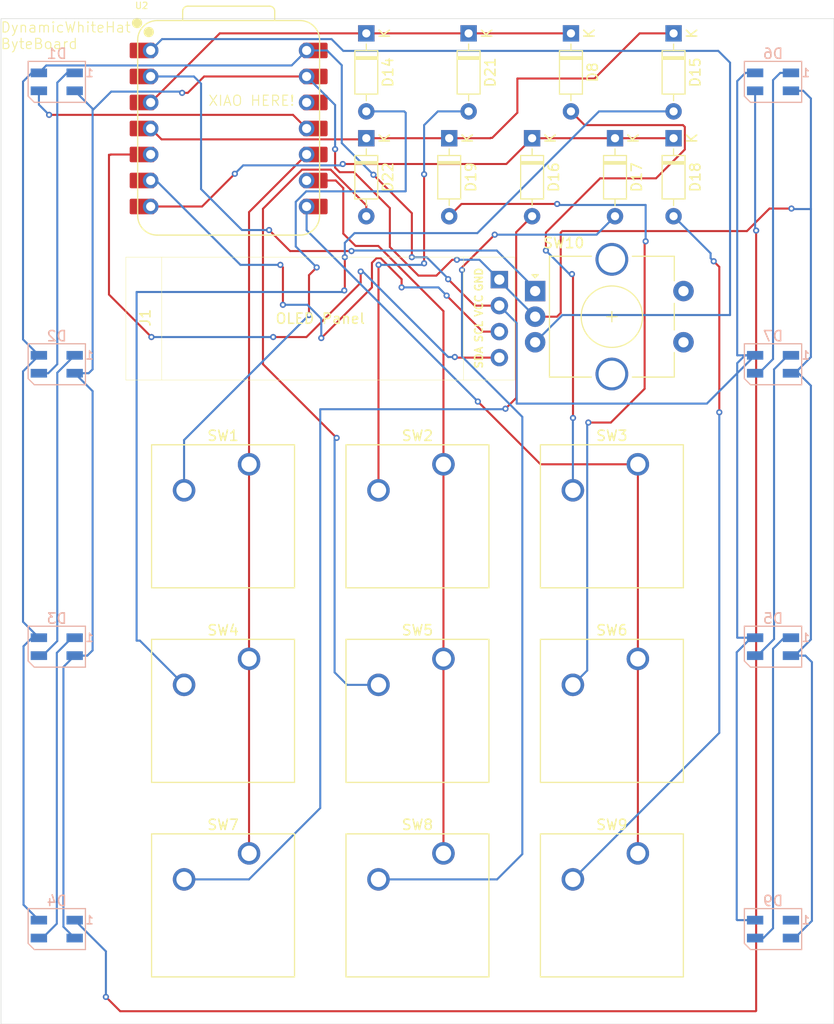
<source format=kicad_pcb>
(kicad_pcb (version 20240108) (generator "pcbnew") (generator_version "8.0")
  (layers (0 "F.Cu" signal) (31 "B.Cu" signal) (34 "B.Paste" user) (35 "F.Paste" user) (36 "B.SilkS" user "B.Silkscreen") (37 "F.SilkS" user "F.Silkscreen") (38 "B.Mask" user) (39 "F.Mask" user) (44 "Edge.Cuts" user))
  (net 0 "")
  (net 1 "Net-(D1-DOUT)")
  (net 2 "GND")
  (net 3 "+5V")
  (net 4 "Net-(D1-DIN)")
  (net 5 "Net-(D2-DOUT)")
  (net 6 "Net-(D3-DOUT)")
  (net 7 "Net-(D4-DOUT)")
  (net 8 "Net-(D6-DOUT)")
  (net 9 "Net-(D5-DIN)")
  (net 10 "Net-(D8-A)")
  (net 11 "Net-(D14-K)")
  (net 12 "Net-(D14-A)")
  (net 13 "Net-(D15-K)")
  (net 14 "Net-(D15-A)")
  (net 15 "Net-(D16-A)")
  (net 16 "Net-(D16-K)")
  (net 17 "Net-(D17-A)")
  (net 18 "Net-(D18-A)")
  (net 19 "Net-(D19-A)")
  (net 20 "Net-(D21-A)")
  (net 21 "Net-(D22-A)")
  (net 22 "Net-(J1-Pin_4)")
  (net 23 "Net-(J1-Pin_3)")
  (net 24 "Net-(U2-GPIO4{slash}MISO)")
  (net 25 "Net-(U2-GPIO2{slash}SCK)")
  (net 26 "Net-(U2-GPIO1{slash}RX)")
  (net 29 "Net-(U2-GPIO27{slash}ADC1{slash}A1)")
  (net 30 "Net-(U2-GPIO26{slash}ADC0{slash}A0)")
  (net 32 "Net-(D5-DOUT)")
  (footprint "Button_Switch_Keyboard:SW_Cherry_MX_1.00u_PCB" (layer "F.Cu") (at 147.54 109.23)
    (property "Reference" "SW5")
    (property "Value" "SW_Push")
  )
  (footprint "Diode_THT:D_DO-35_SOD27_P7.62mm_Horizontal" (layer "F.Cu") (at 140 48.14 -90)
    (property "Reference" "D14")
    (property "Value" "D")
  )
  (footprint "Diode_THT:D_DO-35_SOD27_P7.62mm_Horizontal" (layer "F.Cu") (at 170.03 58.38 -90)
    (property "Reference" "D18")
    (property "Value" "D")
  )
  (footprint "Diode_THT:D_DO-35_SOD27_P7.62mm_Horizontal" (layer "F.Cu") (at 150 48.14 -90)
    (property "Reference" "D21")
    (property "Value" "D")
  )
  (footprint "Diode_THT:D_DO-35_SOD27_P7.62mm_Horizontal" (layer "F.Cu") (at 160 48.14 -90)
    (property "Reference" "D8")
    (property "Value" "D")
  )
  (footprint "Button_Switch_Keyboard:SW_Cherry_MX_1.00u_PCB" (layer "F.Cu") (at 166.54 109.23)
    (property "Reference" "SW6")
    (property "Value" "SW_Push")
  )
  (footprint "Diode_THT:D_DO-35_SOD27_P7.62mm_Horizontal" (layer "F.Cu") (at 148.102083 58.38 -90)
    (property "Reference" "D19")
    (property "Value" "D")
  )
  (footprint "Diode_THT:D_DO-35_SOD27_P7.62mm_Horizontal" (layer "F.Cu") (at 164.30625 58.38 -90)
    (property "Reference" "D17")
    (property "Value" "D")
  )
  (footprint "OPL:XIAO-RP2040-DIP" (layer "F.Cu") (at 126.545 57.43)
    (property "Reference" "U2")
    (property "Value" "XIAO-RP2040-DIP")
  )
  (footprint "Button_Switch_Keyboard:SW_Cherry_MX_1.00u_PCB" (layer "F.Cu") (at 166.54 90.23)
    (property "Reference" "SW3")
    (property "Value" "SW_Push")
  )
  (footprint "Button_Switch_Keyboard:SW_Cherry_MX_1.00u_PCB" (layer "F.Cu") (at 147.54 90.23)
    (property "Reference" "SW2")
    (property "Value" "SW_Push")
  )
  (footprint "Button_Switch_Keyboard:SW_Cherry_MX_1.00u_PCB" (layer "F.Cu") (at 147.54 128.23)
    (property "Reference" "SW8")
    (property "Value" "SW_Push")
  )
  (footprint "Button_Switch_Keyboard:SW_Cherry_MX_1.00u_PCB" (layer "F.Cu") (at 128.54 90.23)
    (property "Reference" "SW1")
    (property "Value" "SW_Push")
  )
  (footprint "Diode_THT:D_DO-35_SOD27_P7.62mm_Horizontal" (layer "F.Cu") (at 170.03 48.14 -90)
    (property "Reference" "D15")
    (property "Value" "D")
  )
  (footprint "Screen:SSD1306-0.91-OLED-4pin-128x32" (layer "F.Cu") (at 116.5 70)
    (property "Reference" "J1")
    (property "Value" "Conn_01x04_Pin")
  )
  (footprint "Button_Switch_Keyboard:SW_Cherry_MX_1.00u_PCB" (layer "F.Cu") (at 166.54 128.23)
    (property "Reference" "SW9")
    (property "Value" "SW_Push")
  )
  (footprint "Rotary_Encoder:RotaryEncoder_Alps_EC11E-Switch_Vertical_H20mm_CircularMountingHoles" (layer "F.Cu") (at 156.5 73.31)
    (property "Reference" "SW10")
    (property "Value" "RotaryEncoder_Switch")
  )
  (footprint "Button_Switch_Keyboard:SW_Cherry_MX_1.00u_PCB" (layer "F.Cu") (at 128.54 109.23)
    (property "Reference" "SW4")
    (property "Value" "SW_Push")
  )
  (footprint "Diode_THT:D_DO-35_SOD27_P7.62mm_Horizontal" (layer "F.Cu") (at 140 58.38 -90)
    (property "Reference" "D22")
    (property "Value" "D")
  )
  (footprint "Button_Switch_Keyboard:SW_Cherry_MX_1.00u_PCB" (layer "F.Cu") (at 128.54 128.23)
    (property "Reference" "SW7")
    (property "Value" "SW_Push")
  )
  (footprint "Diode_THT:D_DO-35_SOD27_P7.62mm_Horizontal" (layer "F.Cu") (at 156.204166 58.38 -90)
    (property "Reference" "D16")
    (property "Value" "D")
  )
  (footprint "LED_SMD:LED_SK6812MINI_PLCC4_3.5x3.5mm_P1.75mm" (layer "B.Cu") (at 179.75 135.625 180)
    (property "Reference" "D9")
    (property "Value" "SK6812MINI")
  )
  (footprint "LED_SMD:LED_SK6812MINI_PLCC4_3.5x3.5mm_P1.75mm" (layer "B.Cu") (at 179.75 52.875 180)
    (property "Reference" "D6")
    (property "Value" "SK6812MINI")
  )
  (footprint "LED_SMD:LED_SK6812MINI_PLCC4_3.5x3.5mm_P1.75mm" (layer "B.Cu") (at 109.75 52.875 180)
    (property "Reference" "D1")
    (property "Value" "SK6812MINI")
  )
  (footprint "LED_SMD:LED_SK6812MINI_PLCC4_3.5x3.5mm_P1.75mm" (layer "B.Cu") (at 179.75 108.041666 180)
    (property "Reference" "D5")
    (property "Value" "SK6812MINI")
  )
  (footprint "LED_SMD:LED_SK6812MINI_PLCC4_3.5x3.5mm_P1.75mm" (layer "B.Cu") (at 109.75 135.625 180)
    (property "Reference" "D4")
    (property "Value" "SK6812MINI")
  )
  (footprint "LED_SMD:LED_SK6812MINI_PLCC4_3.5x3.5mm_P1.75mm" (layer "B.Cu") (at 109.75 108.041666 180)
    (property "Reference" "D3")
    (property "Value" "SK6812MINI")
  )
  (footprint "LED_SMD:LED_SK6812MINI_PLCC4_3.5x3.5mm_P1.75mm" (layer "B.Cu") (at 179.75 80.458333 180)
    (property "Reference" "D7")
    (property "Value" "SK6812MINI")
  )
  (footprint "LED_SMD:LED_SK6812MINI_PLCC4_3.5x3.5mm_P1.75mm" (layer "B.Cu") (at 109.75 80.458333 180)
    (property "Reference" "D2")
    (property "Value" "SK6812MINI")
  )
  (gr_rect (start 104.3 46.7) (end 185.7 144.9) (stroke (width 0.05)) (fill none) (layer "Edge.Cuts"))
  (gr_text "DynamicWhiteHat\nByteBoard" (at 104.2 49.75 0) (layer "F.SilkS") (effects (font (size 1 1) (thickness 0.1)) (justify left bottom)))
  (gr_text "XIAO HERE!" (at 124.5 55.3 0) (layer "F.SilkS") (effects (font (size 1 1) (thickness 0.1)) (justify left bottom)))
  (segment (start 108.916667 81.333333) (end 108 81.333333) (width 0.2) (layer "B.Cu") (net 1))
  (segment (start 111.5 52) (end 110.75 52) (width 0.2) (layer "B.Cu") (net 1))
  (segment (start 110.75 52) (end 109.8 52.95) (width 0.2) (layer "B.Cu") (net 1))
  (segment (start 109.8 80.45) (end 108.916667 81.333333) (width 0.2) (layer "B.Cu") (net 1))
  (segment (start 109.8 52.95) (end 109.8 80.45) (width 0.2) (layer "B.Cu") (net 1))
  (segment (start 159 75.45) (end 158.64 75.81) (width 0.2) (layer "F.Cu") (net 2))
  (segment (start 138.8 61.7) (end 137.4 61.7) (width 0.2) (layer "F.Cu") (net 2))
  (segment (start 122 53.95) (end 122.55 53.95) (width 0.2) (layer "F.Cu") (net 2))
  (segment (start 142.3 69) (end 142.3 68.65) (width 0.2) (layer "F.Cu") (net 2))
  (segment (start 159 67.6) (end 159 75.45) (width 0.2) (layer "F.Cu") (net 2))
  (segment (start 158.64 75.81) (end 156.5 75.81) (width 0.2) (layer "F.Cu") (net 2))
  (segment (start 139.3 62.2) (end 138.8 61.7) (width 0.2) (layer "F.Cu") (net 2))
  (segment (start 136.95 61.25) (end 136.95 59.45) (width 0.2) (layer "F.Cu") (net 2))
  (segment (start 124.15 52.35) (end 134.165 52.35) (width 0.2) (layer "F.Cu") (net 2))
  (segment (start 177.201471 67.45) (end 159.15 67.45) (width 0.2) (layer "F.Cu") (net 2))
  (segment (start 122.55 53.95) (end 124.15 52.35) (width 0.2) (layer "F.Cu") (net 2))
  (segment (start 148.85 70.25) (end 148.4 70.25) (width 0.2) (layer "F.Cu") (net 2))
  (segment (start 145.1 71.8) (end 142.3 69) (width 0.2) (layer "F.Cu") (net 2))
  (segment (start 148.4 70.25) (end 146.85 71.8) (width 0.2) (layer "F.Cu") (net 2))
  (segment (start 137.4 61.7) (end 136.95 61.25) (width 0.2) (layer "F.Cu") (net 2))
  (segment (start 179.401471 65.25) (end 177.201471 67.45) (width 0.2) (layer "F.Cu") (net 2))
  (segment (start 142.3 68.65) (end 142.3 65.2) (width 0.2) (layer "F.Cu") (net 2))
  (segment (start 159.15 67.45) (end 159 67.6) (width 0.2) (layer "F.Cu") (net 2))
  (segment (start 146.85 71.8) (end 145.1 71.8) (width 0.2) (layer "F.Cu") (net 2))
  (segment (start 181.55 65.25) (end 179.401471 65.25) (width 0.2) (layer "F.Cu") (net 2))
  (segment (start 142.3 65.2) (end 139.3 62.2) (width 0.2) (layer "F.Cu") (net 2))
  (via (at 148.85 70.25) (size 0.6) (drill 0.3) (layers "F.Cu" "B.Cu") (net 2))
  (via (at 122 53.95) (size 0.6) (drill 0.3) (layers "F.Cu" "B.Cu") (net 2))
  (via (at 181.55 65.25) (size 0.6) (drill 0.3) (layers "F.Cu" "B.Cu") (net 2))
  (via (at 136.95 59.45) (size 0.6) (drill 0.3) (layers "F.Cu" "B.Cu") (net 2))
  (segment (start 121.878 53.828) (end 122 53.95) (width 0.2) (layer "B.Cu") (net 2))
  (segment (start 113.25 108.4) (end 113.25 83.083333) (width 0.2) (layer "B.Cu") (net 2))
  (segment (start 113.25 55.65) (end 113.25 55.5) (width 0.2) (layer "B.Cu") (net 2))
  (segment (start 183.45 79.758333) (end 181.875 81.333333) (width 0.2) (layer "B.Cu") (net 2))
  (segment (start 183.55 134.825) (end 181.875 136.5) (width 0.2) (layer "B.Cu") (net 2))
  (segment (start 111.5 136.5) (end 110.4 135.4) (width 0.2) (layer "B.Cu") (net 2))
  (segment (start 111.5 81.333333) (end 112.866667 81.333333) (width 0.2) (layer "B.Cu") (net 2))
  (segment (start 156.5 75.81) (end 153 72.31) (width 0.2) (layer "B.Cu") (net 2))
  (segment (start 183.45 65.3) (end 181.6 65.3) (width 0.2) (layer "B.Cu") (net 2))
  (segment (start 183.45 82.55) (end 183.45 107.341666) (width 0.2) (layer "B.Cu") (net 2))
  (segment (start 115.072 53.828) (end 113.25 55.65) (width 0.2) (layer "B.Cu") (net 2))
  (segment (start 183.45 54.5) (end 183.45 65.3) (width 0.2) (layer "B.Cu") (net 2))
  (segment (start 181.875 108.916666) (end 181.5 108.916666) (width 0.2) (layer "B.Cu") (net 2))
  (segment (start 112.733334 108.916666) (end 113.25 108.4) (width 0.2) (layer "B.Cu") (net 2))
  (segment (start 183.45 107.341666) (end 181.875 108.916666) (width 0.2) (layer "B.Cu") (net 2))
  (segment (start 182.916666 108.916666) (end 183.55 109.55) (width 0.2) (layer "B.Cu") (net 2))
  (segment (start 115.072 53.828) (end 121.878 53.828) (width 0.2) (layer "B.Cu") (net 2))
  (segment (start 151.06 70.25) (end 148.85 70.25) (width 0.2) (layer "B.Cu") (net 2))
  (segment (start 136.95 59.45) (end 136.95 55.135) (width 0.2) (layer "B.Cu") (net 2))
  (segment (start 182.233333 81.333333) (end 183.45 82.55) (width 0.2) (layer "B.Cu") (net 2))
  (segment (start 113.25 83.083333) (end 111.5 81.333333) (width 0.2) (layer "B.Cu") (net 2))
  (segment (start 136.95 55.135) (end 134.165 52.35) (width 0.2) (layer "B.Cu") (net 2))
  (segment (start 113.25 55.5) (end 111.5 53.75) (width 0.2) (layer "B.Cu") (net 2))
  (segment (start 181.5 81.333333) (end 182.233333 81.333333) (width 0.2) (layer "B.Cu") (net 2))
  (segment (start 113.25 80.95) (end 113.25 55.65) (width 0.2) (layer "B.Cu") (net 2))
  (segment (start 181.875 136.5) (end 181.5 136.5) (width 0.2) (layer "B.Cu") (net 2))
  (segment (start 111.5 108.916666) (end 112.733334 108.916666) (width 0.2) (layer "B.Cu") (net 2))
  (segment (start 110.4 110.016666) (end 111.5 108.916666) (width 0.2) (layer "B.Cu") (net 2))
  (segment (start 181.5 108.916666) (end 182.916666 108.916666) (width 0.2) (layer "B.Cu") (net 2))
  (segment (start 181.6 65.3) (end 181.55 65.25) (width 0.2) (layer "B.Cu") (net 2))
  (segment (start 153 72.31) (end 153 72.19) (width 0.2) (layer "B.Cu") (net 2))
  (segment (start 182.7 53.75) (end 183.45 54.5) (width 0.2) (layer "B.Cu") (net 2))
  (segment (start 181.875 81.333333) (end 181.5 81.333333) (width 0.2) (layer "B.Cu") (net 2))
  (segment (start 112.866667 81.333333) (end 113.25 80.95) (width 0.2) (layer "B.Cu") (net 2))
  (segment (start 181.5 53.75) (end 182.7 53.75) (width 0.2) (layer "B.Cu") (net 2))
  (segment (start 110.4 135.4) (end 110.4 110.016666) (width 0.2) (layer "B.Cu") (net 2))
  (segment (start 153 72.19) (end 151.06 70.25) (width 0.2) (layer "B.Cu") (net 2))
  (segment (start 183.45 65.3) (end 183.45 79.758333) (width 0.2) (layer "B.Cu") (net 2))
  (segment (start 183.55 109.55) (end 183.55 134.825) (width 0.2) (layer "B.Cu") (net 2))
  (segment (start 150.58 74.73) (end 148 72.15) (width 0.2) (layer "F.Cu") (net 3))
  (segment (start 153 74.73) (end 150.58 74.73) (width 0.2) (layer "F.Cu") (net 3))
  (segment (start 144.45 70) (end 144.45 65.7) (width 0.2) (layer "F.Cu") (net 3))
  (segment (start 144.45 65.7) (end 140.7 61.95) (width 0.2) (layer "F.Cu") (net 3))
  (via (at 148 72.15) (size 0.6) (drill 0.3) (layers "F.Cu" "B.Cu") (net 3))
  (via (at 144.45 70) (size 0.6) (drill 0.3) (layers "F.Cu" "B.Cu") (net 3))
  (via (at 140.7 61.95) (size 0.6) (drill 0.3) (layers "F.Cu" "B.Cu") (net 3))
  (segment (start 176.25 107.15) (end 176.25 80.35) (width 0.2) (layer "B.Cu") (net 3))
  (segment (start 108.725 51.275) (end 132.7 51.275) (width 0.2) (layer "B.Cu") (net 3))
  (segment (start 176.2 134.7) (end 176.2 108.591666) (width 0.2) (layer "B.Cu") (net 3))
  (segment (start 178 79.583333) (end 176.262617 79.583333) (width 0.2) (layer "B.Cu") (net 3))
  (segment (start 148 72.101471) (end 145.898529 70) (width 0.2) (layer "B.Cu") (net 3))
  (segment (start 176.25 134.75) (end 176.2 134.7) (width 0.2) (layer "B.Cu") (net 3))
  (segment (start 176.266666 107.166666) (end 176.25 107.15) (width 0.2) (layer "B.Cu") (net 3))
  (segment (start 176.25 52.8) (end 177.05 52) (width 0.2) (layer "B.Cu") (net 3))
  (segment (start 176.25 79.574628) (end 176.25 52.8) (width 0.2) (layer "B.Cu") (net 3))
  (segment (start 108 79.583333) (end 108 79.6) (width 0.2) (layer "B.Cu") (net 3))
  (segment (start 148 72.15) (end 148 72.101471) (width 0.2) (layer "B.Cu") (net 3))
  (segment (start 177.05 52) (end 178 52) (width 0.2) (layer "B.Cu") (net 3))
  (segment (start 137.6 51.25) (end 136.16 49.81) (width 0.2) (layer "B.Cu") (net 3))
  (segment (start 136.16 49.81) (end 134.165 49.81) (width 0.2) (layer "B.Cu") (net 3))
  (segment (start 137.6 58.85) (end 137.6 51.25) (width 0.2) (layer "B.Cu") (net 3))
  (segment (start 154.7 76.43) (end 153 74.73) (width 0.2) (layer "B.Cu") (net 3))
  (segment (start 108 79.6) (end 106.45 81.15) (width 0.2) (layer "B.Cu") (net 3))
  (segment (start 106.45 105.616666) (end 108 107.166666) (width 0.2) (layer "B.Cu") (net 3))
  (segment (start 173.283333 84.3) (end 154.7 84.3) (width 0.2) (layer "B.Cu") (net 3))
  (segment (start 154.7 84.3) (end 154.7 76.43) (width 0.2) (layer "B.Cu") (net 3))
  (segment (start 176.260661 79.585289) (end 176.25 79.574628) (width 0.2) (layer "B.Cu") (net 3))
  (segment (start 108 52) (end 108.725 51.275) (width 0.2) (layer "B.Cu") (net 3))
  (segment (start 106.45 81.15) (end 106.45 105.616666) (width 0.2) (layer "B.Cu") (net 3))
  (segment (start 178 107.166666) (end 176.266666 107.166666) (width 0.2) (layer "B.Cu") (net 3))
  (segment (start 106.45 52.85) (end 106.45 78.033333) (width 0.2) (layer "B.Cu") (net 3))
  (segment (start 145.898529 70) (end 144.45 70) (width 0.2) (layer "B.Cu") (net 3))
  (segment (start 107.333334 107.166666) (end 106.5 108) (width 0.2) (layer "B.Cu") (net 3))
  (segment (start 108 107.166666) (end 107.333334 107.166666) (width 0.2) (layer "B.Cu") (net 3))
  (segment (start 108 52) (end 107.3 52) (width 0.2) (layer "B.Cu") (net 3))
  (segment (start 177.625 107.166666) (end 178 107.166666) (width 0.2) (layer "B.Cu") (net 3))
  (segment (start 106.5 133.25) (end 108 134.75) (width 0.2) (layer "B.Cu") (net 3))
  (segment (start 178 79.583333) (end 173.283333 84.3) (width 0.2) (layer "B.Cu") (net 3))
  (segment (start 176.2 108.591666) (end 177.625 107.166666) (width 0.2) (layer "B.Cu") (net 3))
  (segment (start 177.016667 79.583333) (end 178 79.583333) (width 0.2) (layer "B.Cu") (net 3))
  (segment (start 178 134.75) (end 176.25 134.75) (width 0.2) (layer "B.Cu") (net 3))
  (segment (start 106.45 78.033333) (end 108 79.583333) (width 0.2) (layer "B.Cu") (net 3))
  (segment (start 106.5 108) (end 106.5 133.25) (width 0.2) (layer "B.Cu") (net 3))
  (segment (start 176.262617 79.583333) (end 176.260661 79.585289) (width 0.2) (layer "B.Cu") (net 3))
  (segment (start 140.7 61.95) (end 137.6 58.85) (width 0.2) (layer "B.Cu") (net 3))
  (segment (start 107.3 52) (end 106.45 52.85) (width 0.2) (layer "B.Cu") (net 3))
  (segment (start 132.7 51.275) (end 134.165 49.81) (width 0.2) (layer "B.Cu") (net 3))
  (segment (start 176.25 80.35) (end 177.016667 79.583333) (width 0.2) (layer "B.Cu") (net 3))
  (segment (start 109 56.1) (end 132.835 56.1) (width 0.2) (layer "F.Cu") (net 4))
  (segment (start 132.835 56.1) (end 134.165 57.43) (width 0.2) (layer "F.Cu") (net 4))
  (via (at 109 56.1) (size 0.6) (drill 0.3) (layers "F.Cu" "B.Cu") (net 4))
  (segment (start 108 55.1) (end 109 56.1) (width 0.2) (layer "B.Cu") (net 4))
  (segment (start 108 53.75) (end 108 55.1) (width 0.2) (layer "B.Cu") (net 4))
  (segment (start 111.5 79.583333) (end 109.8 81.283333) (width 0.2) (layer "B.Cu") (net 5))
  (segment (start 108.370901 108.916666) (end 108 108.916666) (width 0.2) (layer "B.Cu") (net 5))
  (segment (start 109.8 81.283333) (end 109.8 107.487567) (width 0.2) (layer "B.Cu") (net 5))
  (segment (start 109.8 107.487567) (end 108.370901 108.916666) (width 0.2) (layer "B.Cu") (net 5))
  (segment (start 111.233334 107.166666) (end 111.5 107.166666) (width 0.2) (layer "B.Cu") (net 6))
  (segment (start 109.75 108.65) (end 111.233334 107.166666) (width 0.2) (layer "B.Cu") (net 6))
  (segment (start 108.35 136.5) (end 108 136.5) (width 0.2) (layer "B.Cu") (net 6))
  (segment (start 109.75 135.1) (end 108.35 136.5) (width 0.2) (layer "B.Cu") (net 6))
  (segment (start 111.5 107.166666) (end 110.983334 107.166666) (width 0.2) (layer "B.Cu") (net 6))
  (segment (start 109.75 108.65) (end 109.75 135.1) (width 0.2) (layer "B.Cu") (net 6))
  (segment (start 178.1 143.6) (end 178.05 143.65) (width 0.2) (layer "F.Cu") (net 7))
  (segment (start 178.1 67.4) (end 178.1 143.6) (width 0.2) (layer "F.Cu") (net 7))
  (segment (start 178.05 143.65) (end 115.95 143.65) (width 0.2) (layer "F.Cu") (net 7))
  (segment (start 115.95 143.65) (end 114.55 142.25) (width 0.2) (layer "F.Cu") (net 7))
  (via (at 114.55 142.25) (size 0.6) (drill 0.3) (layers "F.Cu" "B.Cu") (net 7))
  (via (at 178.1 67.4) (size 0.6) (drill 0.3) (layers "F.Cu" "B.Cu") (net 7))
  (segment (start 178 67.3) (end 178.1 67.4) (width 0.2) (layer "B.Cu") (net 7))
  (segment (start 114.55 142.25) (end 114.55 137.8) (width 0.2) (layer "B.Cu") (net 7))
  (segment (start 178 53.75) (end 178 67.3) (width 0.2) (layer "B.Cu") (net 7))
  (segment (start 114.55 137.8) (end 111.5 134.75) (width 0.2) (layer "B.Cu") (net 7))
  (segment (start 181.5 52) (end 180.45 52) (width 0.2) (layer "B.Cu") (net 8))
  (segment (start 179.75 79.95) (end 178.366667 81.333333) (width 0.2) (layer "B.Cu") (net 8))
  (segment (start 178.366667 81.333333) (end 178 81.333333) (width 0.2) (layer "B.Cu") (net 8))
  (segment (start 179.75 52.7) (end 179.75 79.95) (width 0.2) (layer "B.Cu") (net 8))
  (segment (start 180.45 52) (end 179.75 52.7) (width 0.2) (layer "B.Cu") (net 8))
  (segment (start 181.216667 79.583333) (end 179.85 80.95) (width 0.2) (layer "B.Cu") (net 9))
  (segment (start 179.85 80.95) (end 179.85 107.3) (width 0.2) (layer "B.Cu") (net 9))
  (segment (start 179.85 107.3) (end 178.233334 108.916666) (width 0.2) (layer "B.Cu") (net 9))
  (segment (start 178.233334 108.916666) (end 178 108.916666) (width 0.2) (layer "B.Cu") (net 9))
  (segment (start 181.5 79.583333) (end 181.216667 79.583333) (width 0.2) (layer "B.Cu") (net 9))
  (segment (start 171.13 57.28) (end 170.95 57.1) (width 0.2) (layer "F.Cu") (net 10))
  (segment (start 170.95 57.1) (end 161.34 57.1) (width 0.2) (layer "F.Cu") (net 10))
  (segment (start 157.55 67.6) (end 162.85 62.3) (width 0.2) (layer "F.Cu") (net 10))
  (segment (start 162.85 62.3) (end 168.31 62.3) (width 0.2) (layer "F.Cu") (net 10))
  (segment (start 160.2 85.7) (end 160.2 71.75) (width 0.2) (layer "F.Cu") (net 10))
  (segment (start 171.13 59.48) (end 171.13 57.28) (width 0.2) (layer "F.Cu") (net 10))
  (segment (start 157.55 69.35) (end 157.55 67.6) (width 0.2) (layer "F.Cu") (net 10))
  (segment (start 168.31 62.3) (end 171.13 59.48) (width 0.2) (layer "F.Cu") (net 10))
  (segment (start 160.2 71.75) (end 160.1 71.65) (width 0.2) (layer "F.Cu") (net 10))
  (segment (start 161.34 57.1) (end 160 55.76) (width 0.2) (layer "F.Cu") (net 10))
  (via (at 157.55 69.35) (size 0.6) (drill 0.3) (layers "F.Cu" "B.Cu") (net 10))
  (via (at 160.1 71.65) (size 0.6) (drill 0.3) (layers "F.Cu" "B.Cu") (net 10))
  (via (at 160.2 85.7) (size 0.6) (drill 0.3) (layers "F.Cu" "B.Cu") (net 10))
  (segment (start 160.19 92.77) (end 160.19 85.71) (width 0.2) (layer "B.Cu") (net 10))
  (segment (start 160.1 71.65) (end 159.85 71.65) (width 0.2) (layer "B.Cu") (net 10))
  (segment (start 160.19 85.71) (end 160.2 85.7) (width 0.2) (layer "B.Cu") (net 10))
  (segment (start 159.85 71.65) (end 157.55 69.35) (width 0.2) (layer "B.Cu") (net 10))
  (segment (start 150 48.14) (end 140 48.14) (width 0.2) (layer "F.Cu") (net 11))
  (segment (start 125.675 48.14) (end 140 48.14) (width 0.2) (layer "F.Cu") (net 11))
  (segment (start 160 48.14) (end 150 48.14) (width 0.2) (layer "F.Cu") (net 11))
  (segment (start 118.925 54.89) (end 125.675 48.14) (width 0.2) (layer "F.Cu") (net 11))
  (segment (start 134.4 71.75) (end 135.15 71) (width 0.2) (layer "F.Cu") (net 12))
  (segment (start 134.4 75.65) (end 134.4 71.75) (width 0.2) (layer "F.Cu") (net 12))
  (via (at 135.15 71) (size 0.6) (drill 0.3) (layers "F.Cu" "B.Cu") (net 12))
  (via (at 134.4 75.65) (size 0.6) (drill 0.3) (layers "F.Cu" "B.Cu") (net 12))
  (segment (start 134.128 63.572) (end 133.103 64.597) (width 0.2) (layer "B.Cu") (net 12))
  (segment (start 143.828 63.572) (end 134.128 63.572) (width 0.2) (layer "B.Cu") (net 12))
  (segment (start 122.19 92.77) (end 122.19 87.86) (width 0.2) (layer "B.Cu") (net 12))
  (segment (start 143.85 55.9) (end 143.85 63.55) (width 0.2) (layer "B.Cu") (net 12))
  (segment (start 143.71 55.76) (end 143.85 55.9) (width 0.2) (layer "B.Cu") (net 12))
  (segment (start 133.103 68.953) (end 135.15 71) (width 0.2) (layer "B.Cu") (net 12))
  (segment (start 140 55.76) (end 143.71 55.76) (width 0.2) (layer "B.Cu") (net 12))
  (segment (start 133.103 64.597) (end 133.103 68.953) (width 0.2) (layer "B.Cu") (net 12))
  (segment (start 143.85 63.55) (end 143.828 63.572) (width 0.2) (layer "B.Cu") (net 12))
  (segment (start 122.19 87.86) (end 134.4 75.65) (width 0.2) (layer "B.Cu") (net 12))
  (segment (start 139.888 58.492) (end 119.987 58.492) (width 0.2) (layer "F.Cu") (net 13))
  (segment (start 152.15 58.35) (end 152.12 58.38) (width 0.2) (layer "F.Cu") (net 13))
  (segment (start 170.03 48.14) (end 166.71 48.14) (width 0.2) (layer "F.Cu") (net 13))
  (segment (start 152.3 58.35) (end 152.15 58.35) (width 0.2) (layer "F.Cu") (net 13))
  (segment (start 154.765635 52.55) (end 154.765635 55.884365) (width 0.2) (layer "F.Cu") (net 13))
  (segment (start 166.71 48.14) (end 162.3 52.55) (width 0.2) (layer "F.Cu") (net 13))
  (segment (start 152.12 58.38) (end 148.102083 58.38) (width 0.2) (layer "F.Cu") (net 13))
  (segment (start 162.3 52.55) (end 154.765635 52.55) (width 0.2) (layer "F.Cu") (net 13))
  (segment (start 119.987 58.492) (end 118.925 57.43) (width 0.2) (layer "F.Cu") (net 13))
  (segment (start 154.765635 55.884365) (end 152.3 58.35) (width 0.2) (layer "F.Cu") (net 13))
  (segment (start 140 58.38) (end 139.888 58.492) (width 0.2) (layer "F.Cu") (net 13))
  (segment (start 148.102083 58.38) (end 140 58.38) (width 0.2) (layer "F.Cu") (net 13))
  (segment (start 137.85 73.25) (end 137.9 73.2) (width 0.2) (layer "F.Cu") (net 14))
  (segment (start 137.9 73.2) (end 137.9 70) (width 0.2) (layer "F.Cu") (net 14))
  (via (at 137.9 70) (size 0.6) (drill 0.3) (layers "F.Cu" "B.Cu") (net 14))
  (via (at 137.85 73.25) (size 0.6) (drill 0.3) (layers "F.Cu" "B.Cu") (net 14))
  (segment (start 117.55 73.4) (end 137.7 73.4) (width 0.2) (layer "B.Cu") (net 14))
  (segment (start 137.7 73.4) (end 137.85 73.25) (width 0.2) (layer "B.Cu") (net 14))
  (segment (start 150.85 67.65) (end 162.74 55.76) (width 0.2) (layer "B.Cu") (net 14))
  (segment (start 137.9 68.6) (end 138.85 67.65) (width 0.2) (layer "B.Cu") (net 14))
  (segment (start 122.19 111.77) (end 117.87 107.45) (width 0.2) (layer "B.Cu") (net 14))
  (segment (start 137.9 70) (end 137.9 68.6) (width 0.2) (layer "B.Cu") (net 14))
  (segment (start 138.85 67.65) (end 150.85 67.65) (width 0.2) (layer "B.Cu") (net 14))
  (segment (start 117.87 107.45) (end 117.55 107.45) (width 0.2) (layer "B.Cu") (net 14))
  (segment (start 117.55 107.45) (end 117.55 73.4) (width 0.2) (layer "B.Cu") (net 14))
  (segment (start 162.74 55.76) (end 170.03 55.76) (width 0.2) (layer "B.Cu") (net 14))
  (segment (start 153.600735 84.799265) (end 154.65 83.75) (width 0.2) (layer "F.Cu") (net 15))
  (segment (start 154.65 83.75) (end 154.65 67.554166) (width 0.2) (layer "F.Cu") (net 15))
  (segment (start 154.65 67.554166) (end 156.204166 66) (width 0.2) (layer "F.Cu") (net 15))
  (via (at 153.600735 84.799265) (size 0.6) (drill 0.3) (layers "F.Cu" "B.Cu") (net 15))
  (segment (start 135.5 123.8) (end 128.53 130.77) (width 0.2) (layer "B.Cu") (net 15))
  (segment (start 153.55 84.85) (end 135.5 84.85) (width 0.2) (layer "B.Cu") (net 15))
  (segment (start 135.5 84.85) (end 135.5 123.8) (width 0.2) (layer "B.Cu") (net 15))
  (segment (start 153.600735 84.799265) (end 153.55 84.85) (width 0.2) (layer "B.Cu") (net 15))
  (segment (start 128.53 130.77) (end 122.19 130.77) (width 0.2) (layer "B.Cu") (net 15))
  (segment (start 127.15 61.85) (end 123.95 65.05) (width 0.2) (layer "F.Cu") (net 16))
  (segment (start 156.204166 58.38) (end 153.684166 60.9) (width 0.2) (layer "F.Cu") (net 16))
  (segment (start 153.684166 60.9) (end 137.7 60.9) (width 0.2) (layer "F.Cu") (net 16))
  (segment (start 123.95 65.05) (end 118.925 65.05) (width 0.2) (layer "F.Cu") (net 16))
  (segment (start 164.30625 58.38) (end 156.204166 58.38) (width 0.2) (layer "F.Cu") (net 16))
  (segment (start 170.03 58.38) (end 164.30625 58.38) (width 0.2) (layer "F.Cu") (net 16))
  (via (at 137.7 60.9) (size 0.6) (drill 0.3) (layers "F.Cu" "B.Cu") (net 16))
  (via (at 127.15 61.85) (size 0.6) (drill 0.3) (layers "F.Cu" "B.Cu") (net 16))
  (segment (start 137.568 61.032) (end 127.968 61.032) (width 0.2) (layer "B.Cu") (net 16))
  (segment (start 127.968 61.032) (end 127.15 61.85) (width 0.2) (layer "B.Cu") (net 16))
  (segment (start 137.7 60.9) (end 137.568 61.032) (width 0.2) (layer "B.Cu") (net 16))
  (segment (start 149.35 71) (end 152.55 67.8) (width 0.2) (layer "F.Cu") (net 17))
  (segment (start 149.35 71.25) (end 149.35 71) (width 0.2) (layer "F.Cu") (net 17))
  (via (at 149.35 71.25) (size 0.6) (drill 0.3) (layers "F.Cu" "B.Cu") (net 17))
  (via (at 152.55 67.8) (size 0.6) (drill 0.3) (layers "F.Cu" "B.Cu") (net 17))
  (segment (start 141.19 130.77) (end 152.78 130.77) (width 0.2) (layer "B.Cu") (net 17))
  (segment (start 152.78 130.77) (end 154.4 129.15) (width 0.2) (layer "B.Cu") (net 17))
  (segment (start 154.4 129.15) (end 155.25 128.3) (width 0.2) (layer "B.Cu") (net 17))
  (segment (start 149.35 79.7) (end 149.35 71.25) (width 0.2) (layer "B.Cu") (net 17))
  (segment (start 162.50625 67.8) (end 164.30625 66) (width 0.2) (layer "B.Cu") (net 17))
  (segment (start 155.25 85.6) (end 149.35 79.7) (width 0.2) (layer "B.Cu") (net 17))
  (segment (start 152.55 67.8) (end 162.50625 67.8) (width 0.2) (layer "B.Cu") (net 17))
  (segment (start 155.25 128.3) (end 155.25 85.6) (width 0.2) (layer "B.Cu") (net 17))
  (segment (start 174.5 70.95) (end 173.95 70.4) (width 0.2) (layer "F.Cu") (net 18))
  (segment (start 174.5 85.15) (end 174.5 70.95) (width 0.2) (layer "F.Cu") (net 18))
  (via (at 173.95 70.4) (size 0.6) (drill 0.3) (layers "F.Cu" "B.Cu") (net 18))
  (via (at 174.5 85.15) (size 0.6) (drill 0.3) (layers "F.Cu" "B.Cu") (net 18))
  (segment (start 160.19 130.77) (end 174.5 116.46) (width 0.2) (layer "B.Cu") (net 18))
  (segment (start 173.95 70.4) (end 173.65 70.1) (width 0.2) (layer "B.Cu") (net 18))
  (segment (start 173.65 69.62) (end 170.03 66) (width 0.2) (layer "B.Cu") (net 18))
  (segment (start 174.5 116.46) (end 174.5 85.15) (width 0.2) (layer "B.Cu") (net 18))
  (segment (start 173.65 70.1) (end 173.65 69.62) (width 0.2) (layer "B.Cu") (net 18))
  (segment (start 167.2 82.85) (end 167.2 68.55) (width 0.2) (layer "F.Cu") (net 19))
  (segment (start 149.302083 64.8) (end 148.102083 66) (width 0.2) (layer "F.Cu") (net 19))
  (segment (start 161.7 86.15) (end 163.9 86.15) (width 0.2) (layer "F.Cu") (net 19))
  (segment (start 158.65 64.8) (end 149.302083 64.8) (width 0.2) (layer "F.Cu") (net 19))
  (segment (start 167.2 68.55) (end 167.3 68.45) (width 0.2) (layer "F.Cu") (net 19))
  (segment (start 163.9 86.15) (end 167.2 82.85) (width 0.2) (layer "F.Cu") (net 19))
  (via (at 167.3 68.45) (size 0.6) (drill 0.3) (layers "F.Cu" "B.Cu") (net 19))
  (via (at 158.65 64.8) (size 0.6) (drill 0.3) (layers "F.Cu" "B.Cu") (net 19))
  (via (at 161.7 86.15) (size 0.6) (drill 0.3) (layers "F.Cu" "B.Cu") (net 19))
  (segment (start 161.59 86.26) (end 161.7 86.15) (width 0.2) (layer "B.Cu") (net 19))
  (segment (start 167.3 64.9) (end 158.75 64.9) (width 0.2) (layer "B.Cu") (net 19))
  (segment (start 167.3 68.45) (end 167.3 64.9) (width 0.2) (layer "B.Cu") (net 19))
  (segment (start 160.19 111.77) (end 161.59 110.37) (width 0.2) (layer "B.Cu") (net 19))
  (segment (start 161.59 110.37) (end 161.59 86.26) (width 0.2) (layer "B.Cu") (net 19))
  (segment (start 158.75 64.9) (end 158.65 64.8) (width 0.2) (layer "B.Cu") (net 19))
  (segment (start 141.19 70.76) (end 141.2 70.75) (width 0.2) (layer "F.Cu") (net 20))
  (segment (start 141.19 92.77) (end 141.19 70.76) (width 0.2) (layer "F.Cu") (net 20))
  (segment (start 145.65 70.6) (end 145.65 61.9) (width 0.2) (layer "F.Cu") (net 20))
  (via (at 145.65 61.9) (size 0.6) (drill 0.3) (layers "F.Cu" "B.Cu") (net 20))
  (via (at 141.2 70.75) (size 0.6) (drill 0.3) (layers "F.Cu" "B.Cu") (net 20))
  (via (at 145.65 70.6) (size 0.6) (drill 0.3) (layers "F.Cu" "B.Cu") (net 20))
  (segment (start 145.5 70.75) (end 145.65 70.6) (width 0.2) (layer "B.Cu") (net 20))
  (segment (start 146.99 55.76) (end 150 55.76) (width 0.2) (layer "B.Cu") (net 20))
  (segment (start 145.65 61.9) (end 145.65 57.1) (width 0.2) (layer "B.Cu") (net 20))
  (segment (start 145.65 57.1) (end 146.99 55.76) (width 0.2) (layer "B.Cu") (net 20))
  (segment (start 141.2 70.75) (end 145.5 70.75) (width 0.2) (layer "B.Cu") (net 20))
  (segment (start 129.9 80.45) (end 129.9 65.273105) (width 0.2) (layer "F.Cu") (net 21))
  (segment (start 129.9 65.273105) (end 133.725105 61.448) (width 0.2) (layer "F.Cu") (net 21))
  (segment (start 136.513686 61.448) (end 140 64.934314) (width 0.2) (layer "F.Cu") (net 21))
  (segment (start 140 64.934314) (end 140 66) (width 0.2) (layer "F.Cu") (net 21))
  (segment (start 137.1 87.65) (end 129.9 80.45) (width 0.2) (layer "F.Cu") (net 21))
  (segment (start 133.725105 61.448) (end 136.513686 61.448) (width 0.2) (layer "F.Cu") (net 21))
  (via (at 137.1 87.65) (size 0.6) (drill 0.3) (layers "F.Cu" "B.Cu") (net 21))
  (segment (start 136.9 87.85) (end 137.1 87.65) (width 0.2) (layer "B.Cu") (net 21))
  (segment (start 141.19 111.77) (end 138.12 111.77) (width 0.2) (layer "B.Cu") (net 21))
  (segment (start 136.9 110.55) (end 136.9 87.85) (width 0.2) (layer "B.Cu") (net 21))
  (segment (start 138.12 111.77) (end 136.9 110.55) (width 0.2) (layer "B.Cu") (net 21))
  (segment (start 139.45 71.4) (end 139.45 72.498529) (width 0.2) (layer "F.Cu") (net 22))
  (segment (start 119 77.8) (end 114.85 73.65) (width 0.2) (layer "F.Cu") (net 22))
  (segment (start 148.71 79.81) (end 148.65 79.75) (width 0.2) (layer "F.Cu") (net 22))
  (segment (start 114.85 60) (end 115 60) (width 0.2) (layer "F.Cu") (net 22))
  (segment (start 153 79.81) (end 148.71 79.81) (width 0.2) (layer "F.Cu") (net 22))
  (segment (start 115.03 59.97) (end 118.09 59.97) (width 0.2) (layer "F.Cu") (net 22))
  (segment (start 114.85 73.65) (end 114.85 60) (width 0.2) (layer "F.Cu") (net 22))
  (segment (start 134.148529 77.8) (end 130.9 77.8) (width 0.2) (layer "F.Cu") (net 22))
  (segment (start 115 60) (end 115.03 59.97) (width 0.2) (layer "F.Cu") (net 22))
  (segment (start 139.45 72.498529) (end 134.148529 77.8) (width 0.2) (layer "F.Cu") (net 22))
  (via (at 139.45 71.4) (size 0.6) (drill 0.3) (layers "F.Cu" "B.Cu") (net 22))
  (via (at 119 77.8) (size 0.6) (drill 0.3) (layers "F.Cu" "B.Cu") (net 22))
  (via (at 148.65 79.75) (size 0.6) (drill 0.3) (layers "F.Cu" "B.Cu") (net 22))
  (via (at 130.9 77.8) (size 0.6) (drill 0.3) (layers "F.Cu" "B.Cu") (net 22))
  (segment (start 139.45 71.4) (end 139.65 71.4) (width 0.2) (layer "B.Cu") (net 22))
  (segment (start 148 79.75) (end 148.65 79.75) (width 0.2) (layer "B.Cu") (net 22))
  (segment (start 139.65 71.4) (end 148 79.75) (width 0.2) (layer "B.Cu") (net 22))
  (segment (start 130.9 77.8) (end 119 77.8) (width 0.2) (layer "B.Cu") (net 22))
  (segment (start 143.45 72.95) (end 143.45 72.151471) (width 0.2) (layer "F.Cu") (net 23))
  (segment (start 140.55 70.55) (end 140.55 72.95) (width 0.2) (layer "F.Cu") (net 23))
  (segment (start 153 77.27) (end 151.37 77.27) (width 0.2) (layer "F.Cu") (net 23))
  (segment (start 131.85 71) (end 131.6 70.75) (width 0.2) (layer "F.Cu") (net 23))
  (segment (start 151.37 77.27) (end 147.85 73.75) (width 0.2) (layer "F.Cu") (net 23))
  (segment (start 140.55 72.95) (end 135.6 77.9) (width 0.2) (layer "F.Cu") (net 23))
  (segment (start 143.45 72.151471) (end 141.398529 70.1) (width 0.2) (layer "F.Cu") (net 23))
  (segment (start 141.398529 70.1) (end 141 70.1) (width 0.2) (layer "F.Cu") (net 23))
  (segment (start 141 70.1) (end 140.55 70.55) (width 0.2) (layer "F.Cu") (net 23))
  (segment (start 131.85 74.65) (end 131.85 71) (width 0.2) (layer "F.Cu") (net 23))
  (via (at 131.6 70.75) (size 0.6) (drill 0.3) (layers "F.Cu" "B.Cu") (net 23))
  (via (at 131.85 74.65) (size 0.6) (drill 0.3) (layers "F.Cu" "B.Cu") (net 23))
  (via (at 143.45 72.95) (size 0.6) (drill 0.3) (layers "F.Cu" "B.Cu") (net 23))
  (via (at 135.6 77.9) (size 0.6) (drill 0.3) (layers "F.Cu" "B.Cu") (net 23))
  (via (at 147.85 73.75) (size 0.6) (drill 0.3) (layers "F.Cu" "B.Cu") (net 23))
  (segment (start 147.05 72.95) (end 143.45 72.95) (width 0.2) (layer "B.Cu") (net 23))
  (segment (start 131.6 70.75) (end 127.7 70.75) (width 0.2) (layer "B.Cu") (net 23))
  (segment (start 127.7 70.75) (end 119.46 62.51) (width 0.2) (layer "B.Cu") (net 23))
  (segment (start 134.248529 74.65) (end 131.85 74.65) (width 0.2) (layer "B.Cu") (net 23))
  (segment (start 135.6 76.001471) (end 134.248529 74.65) (width 0.2) (layer "B.Cu") (net 23))
  (segment (start 135.6 77.9) (end 135.6 76.001471) (width 0.2) (layer "B.Cu") (net 23))
  (segment (start 147.85 73.75) (end 147.05 72.95) (width 0.2) (layer "B.Cu") (net 23))
  (segment (start 119.46 62.51) (end 118.925 62.51) (width 0.2) (layer "B.Cu") (net 23))
  (segment (start 128.54 128.23) (end 128.54 109.23) (width 0.2) (layer "F.Cu") (net 24))
  (segment (start 128.54 109.23) (end 128.54 90.23) (width 0.2) (layer "F.Cu") (net 24))
  (segment (start 128.54 65.595) (end 134.165 59.97) (width 0.2) (layer "F.Cu") (net 24))
  (segment (start 128.54 90.23) (end 128.54 65.595) (width 0.2) (layer "F.Cu") (net 24))
  (segment (start 141.167214 68.9) (end 138.95 68.9) (width 0.2) (layer "F.Cu") (net 25))
  (segment (start 137.75 63.25) (end 137.01 62.51) (width 0.2) (layer "F.Cu") (net 25))
  (segment (start 138.95 68.9) (end 137.75 67.7) (width 0.2) (layer "F.Cu") (net 25))
  (segment (start 147.54 90.23) (end 147.54 75.272786) (width 0.2) (layer "F.Cu") (net 25))
  (segment (start 137.01 62.51) (end 135 62.51) (width 0.2) (layer "F.Cu") (net 25))
  (segment (start 147.54 128.23) (end 147.54 109.23) (width 0.2) (layer "F.Cu") (net 25))
  (segment (start 147.54 75.272786) (end 141.167214 68.9) (width 0.2) (layer "F.Cu") (net 25))
  (segment (start 147.54 109.23) (end 147.54 90.23) (width 0.2) (layer "F.Cu") (net 25))
  (segment (start 137.75 67.7) (end 137.75 63.25) (width 0.2) (layer "F.Cu") (net 25))
  (segment (start 157.03 90.23) (end 166.54 90.23) (width 0.2) (layer "F.Cu") (net 26))
  (segment (start 166.54 109.23) (end 166.54 90.23) (width 0.2) (layer "F.Cu") (net 26))
  (segment (start 150.9 84.1) (end 157.03 90.23) (width 0.2) (layer "F.Cu") (net 26))
  (segment (start 166.54 128.23) (end 166.54 109.23) (width 0.2) (layer "F.Cu") (net 26))
  (via (at 150.9 84.1) (size 0.6) (drill 0.3) (layers "F.Cu" "B.Cu") (net 26))
  (segment (start 150.9 84.1) (end 134.165 67.365) (width 0.2) (layer "B.Cu") (net 26))
  (segment (start 134.165 67.365) (end 134.165 65.05) (width 0.2) (layer "B.Cu") (net 26))
  (segment (start 138.55 69.4) (end 132.55 69.4) (width 0.2) (layer "F.Cu") (net 29))
  (segment (start 132.55 69.4) (end 130.5 67.35) (width 0.2) (layer "F.Cu") (net 29))
  (via (at 130.5 67.35) (size 0.6) (drill 0.3) (layers "F.Cu" "B.Cu") (net 29))
  (via (at 138.55 69.4) (size 0.6) (drill 0.3) (layers "F.Cu" "B.Cu") (net 29))
  (segment (start 156.5 73.31) (end 156.5 73.1) (width 0.2) (layer "B.Cu") (net 29))
  (segment (start 123.85 63.35) (end 127.85 67.35) (width 0.2) (layer "B.Cu") (net 29))
  (segment (start 156.5 73.1) (end 152.75 69.35) (width 0.2) (layer "B.Cu") (net 29))
  (segment (start 152.75 69.35) (end 138.6 69.35) (width 0.2) (layer "B.Cu") (net 29))
  (segment (start 127.85 67.35) (end 130.5 67.35) (width 0.2) (layer "B.Cu") (net 29))
  (segment (start 123.15 52.35) (end 123.85 53.05) (width 0.2) (layer "B.Cu") (net 29))
  (segment (start 118.925 52.35) (end 123.15 52.35) (width 0.2) (layer "B.Cu") (net 29))
  (segment (start 138.6 69.35) (end 138.55 69.4) (width 0.2) (layer "B.Cu") (net 29))
  (segment (start 123.85 53.05) (end 123.85 63.35) (width 0.2) (layer "B.Cu") (net 29))
  (segment (start 156.5 78.31) (end 159.16 75.65) (width 0.2) (layer "B.Cu") (net 30))
  (segment (start 175.55 51) (end 174.4 49.85) (width 0.2) (layer "B.Cu") (net 30))
  (segment (start 159.16 75.65) (end 175.55 75.65) (width 0.2) (layer "B.Cu") (net 30))
  (segment (start 175.55 75.65) (end 175.55 51) (width 0.2) (layer "B.Cu") (net 30))
  (segment (start 174.4 49.85) (end 137.75 49.85) (width 0.2) (layer "B.Cu") (net 30))
  (segment (start 120.035 48.7) (end 118.925 49.81) (width 0.2) (layer "B.Cu") (net 30))
  (segment (start 137.75 49.85) (end 136.6 48.7) (width 0.2) (layer "B.Cu") (net 30))
  (segment (start 136.6 48.7) (end 120.035 48.7) (width 0.2) (layer "B.Cu") (net 30))
  (segment (start 179.75 135.55) (end 178.8 136.5) (width 0.2) (layer "B.Cu") (net 32))
  (segment (start 180.833334 107.166666) (end 179.75 108.25) (width 0.2) (layer "B.Cu") (net 32))
  (segment (start 178.8 136.5) (end 178 136.5) (width 0.2) (layer "B.Cu") (net 32))
  (segment (start 179.75 108.25) (end 179.75 135.55) (width 0.2) (layer "B.Cu") (net 32))
  (segment (start 181.5 107.166666) (end 180.833334 107.166666) (width 0.2) (layer "B.Cu") (net 32))
)
</source>
